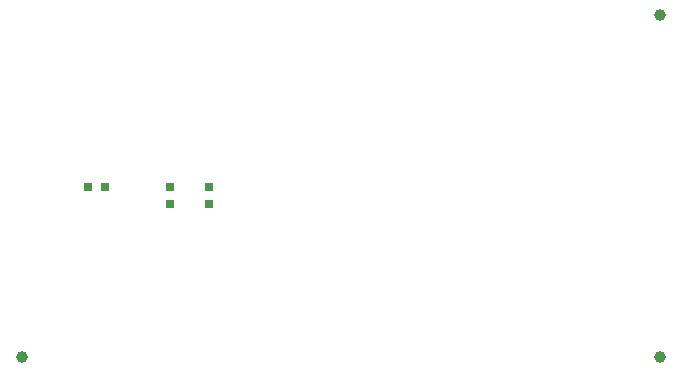
<source format=gtp>
G04 Layer_Color=8421504*
%FSLAX44Y44*%
%MOMM*%
G71*
G01*
G75*
%ADD10C,1.0000*%
%ADD11R,0.8000X0.7000*%
%ADD12R,0.7000X0.8000*%
D10*
X611070Y302758D02*
D03*
Y12758D02*
D03*
X71070D02*
D03*
D11*
X196618Y142665D02*
D03*
Y156665D02*
D03*
X228954Y142665D02*
D03*
Y156665D02*
D03*
D12*
X140806Y157109D02*
D03*
X126806D02*
D03*
M02*

</source>
